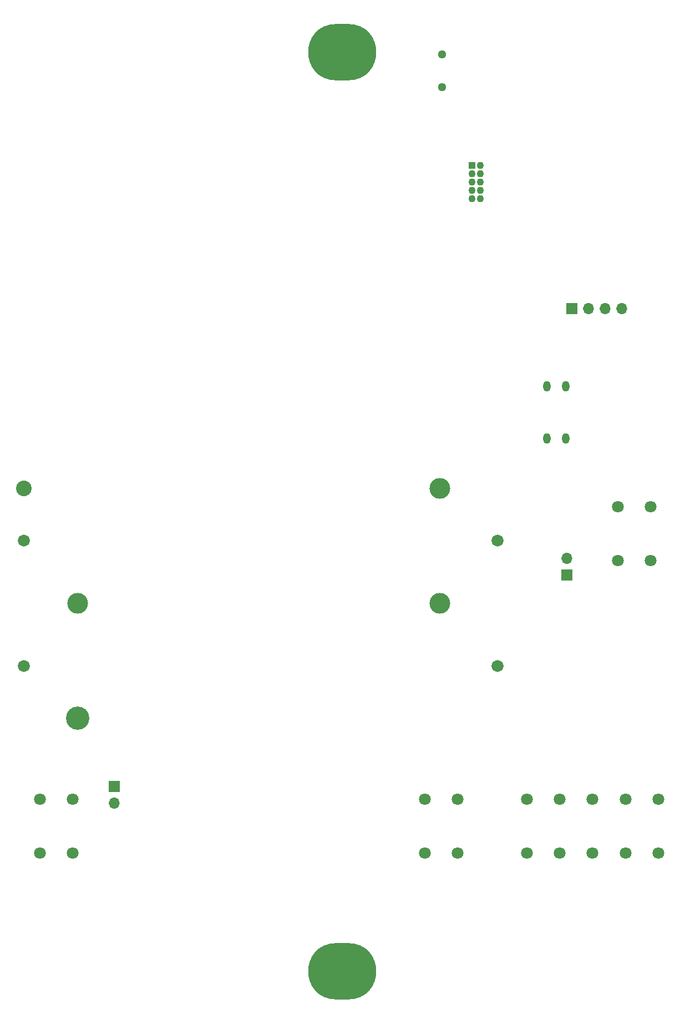
<source format=gbr>
%TF.GenerationSoftware,KiCad,Pcbnew,(6.0.7-1)-1*%
%TF.CreationDate,2023-01-20T09:27:35+11:00*%
%TF.ProjectId,enviro-node,656e7669-726f-42d6-9e6f-64652e6b6963,rev?*%
%TF.SameCoordinates,Original*%
%TF.FileFunction,Soldermask,Bot*%
%TF.FilePolarity,Negative*%
%FSLAX46Y46*%
G04 Gerber Fmt 4.6, Leading zero omitted, Abs format (unit mm)*
G04 Created by KiCad (PCBNEW (6.0.7-1)-1) date 2023-01-20 09:27:35*
%MOMM*%
%LPD*%
G01*
G04 APERTURE LIST*
%ADD10C,1.803400*%
%ADD11O,1.150000X1.600000*%
%ADD12C,1.280000*%
%ADD13R,1.700000X1.700000*%
%ADD14O,1.700000X1.700000*%
%ADD15C,0.900000*%
%ADD16O,10.400000X8.600000*%
%ADD17C,2.387600*%
%ADD18C,3.556000*%
%ADD19C,1.828800*%
%ADD20C,3.175000*%
%ADD21R,1.100000X1.100000*%
%ADD22C,1.100000*%
G04 APERTURE END LIST*
D10*
%TO.C,J7*%
X44334556Y-153456610D03*
X44334556Y-145256611D03*
X39334556Y-153456610D03*
X39334556Y-145256611D03*
%TD*%
D11*
%TO.C,J1*%
X119564556Y-82212610D03*
X119564556Y-90212610D03*
X116704556Y-82212610D03*
X116704556Y-90212610D03*
%TD*%
D12*
%TO.C,LS1*%
X100722556Y-36576610D03*
X100722556Y-31576610D03*
%TD*%
D10*
%TO.C,J10*%
X132572556Y-108772609D03*
X132572556Y-100572610D03*
X127572556Y-108772609D03*
X127572556Y-100572610D03*
%TD*%
D13*
%TO.C,J9*%
X119772556Y-111038610D03*
D14*
X119772556Y-108498610D03*
%TD*%
D15*
%TO.C,H2*%
X89588556Y-171490610D03*
X86943556Y-174641610D03*
X85438556Y-168265610D03*
X81637556Y-172940610D03*
X88358556Y-174011610D03*
D16*
X85438556Y-171490610D03*
D15*
X82518556Y-168969610D03*
X83933556Y-174641610D03*
X83933556Y-168339610D03*
X85438556Y-174715610D03*
X88358556Y-168969610D03*
X86943556Y-168339610D03*
X82518556Y-174011610D03*
X89239556Y-170040610D03*
X81288556Y-171490610D03*
X89239556Y-172940610D03*
X81637556Y-170040610D03*
%TD*%
D13*
%TO.C,J2*%
X120544556Y-70398610D03*
D14*
X123084556Y-70398610D03*
X125624556Y-70398610D03*
X128164556Y-70398610D03*
%TD*%
D10*
%TO.C,J6*%
X133682633Y-153456610D03*
X133682633Y-145256611D03*
X128682633Y-153456610D03*
X128682633Y-145256611D03*
X123682632Y-153456610D03*
X123682632Y-145256611D03*
X118682632Y-153456610D03*
X118682632Y-145256611D03*
X113682632Y-153456610D03*
X113682632Y-145256611D03*
%TD*%
D17*
%TO.C,B1*%
X36887556Y-97843310D03*
D18*
X45091756Y-132844510D03*
D19*
X109150556Y-124919710D03*
X36887556Y-124919710D03*
X109150556Y-105793510D03*
X36887556Y-105793510D03*
D20*
X100336756Y-115369310D03*
X45091756Y-115369310D03*
X100336756Y-97843310D03*
%TD*%
D13*
%TO.C,J8*%
X50684556Y-143296610D03*
D14*
X50684556Y-145836610D03*
%TD*%
D15*
%TO.C,H1*%
X86943556Y-28131610D03*
D16*
X85438556Y-31282610D03*
D15*
X82518556Y-33803610D03*
X89588556Y-31282610D03*
X82518556Y-28761610D03*
X85438556Y-34507610D03*
X85438556Y-28057610D03*
X81637556Y-32732610D03*
X86943556Y-34433610D03*
X89239556Y-29832610D03*
X89239556Y-32732610D03*
X81637556Y-29832610D03*
X83933556Y-28131610D03*
X83933556Y-34433610D03*
X81288556Y-31282610D03*
X88358556Y-28761610D03*
X88358556Y-33803610D03*
%TD*%
D10*
%TO.C,J4*%
X103068632Y-153456610D03*
X103068632Y-145256611D03*
X98068632Y-153456610D03*
X98068632Y-145256611D03*
%TD*%
D21*
%TO.C,J3*%
X105311056Y-48508610D03*
D22*
X106581056Y-48508610D03*
X105311056Y-49778610D03*
X106581056Y-49778610D03*
X105311056Y-51048610D03*
X106581056Y-51048610D03*
X105311056Y-52318610D03*
X106581056Y-52318610D03*
X105311056Y-53588610D03*
X106581056Y-53588610D03*
%TD*%
M02*

</source>
